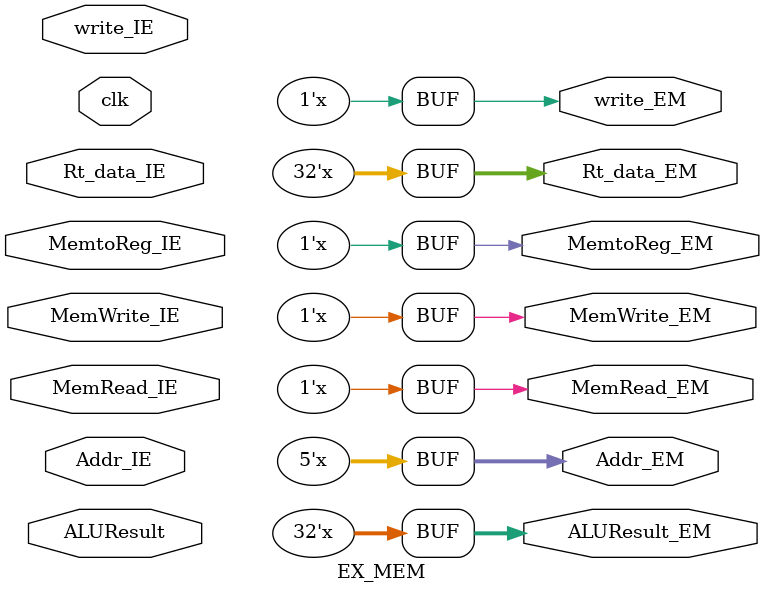
<source format=v>
module EX_MEM (
    input clk,
    //WB
    input write_IE,
    input MemtoReg_IE,

    output reg write_EM,
    output reg MemtoReg_EM,
    //M
    input MemRead_IE,
    input MemWrite_IE,

    output reg MemRead_EM,
    output reg MemWrite_EM,
    //data
    input [4:0] Addr_IE,
    input [31:0] Rt_data_IE,
    input [31:0] ALUResult,

    output reg [4:0] Addr_EM,
    output reg [31:0] Rt_data_EM,
    output reg [31:0] ALUResult_EM
  );
  reg WB_write;
  reg WB_MemtoReg;
  reg M_MemRead;
  reg M_MemWrite;
  reg [31:0] D_Rt_data;
  reg [4:0] D_addr;
  reg [31:0] D_ALUResult;
  always @( clk)//triger when clk change
  begin
    if (clk)    //read in data when posedge clk      
    begin             
      //WB
      WB_write=write_IE;
      WB_MemtoReg=MemtoReg_IE;
      //M
      M_MemRead=MemRead_IE;
      M_MemWrite=MemWrite_IE;
      //data
      D_Rt_data=Rt_data_IE;
      D_addr=Addr_IE;
      D_ALUResult=ALUResult;
    end
    else      //write when negedge of clk
    begin
      //WB
      write_EM= WB_write;
      MemtoReg_EM=WB_MemtoReg;
      //M
      MemRead_EM=M_MemRead;
      MemWrite_EM=M_MemWrite;
      //data
      Rt_data_EM=D_Rt_data;
      Addr_EM=D_addr;
      ALUResult_EM=D_ALUResult;
    end
  end

endmodule

</source>
